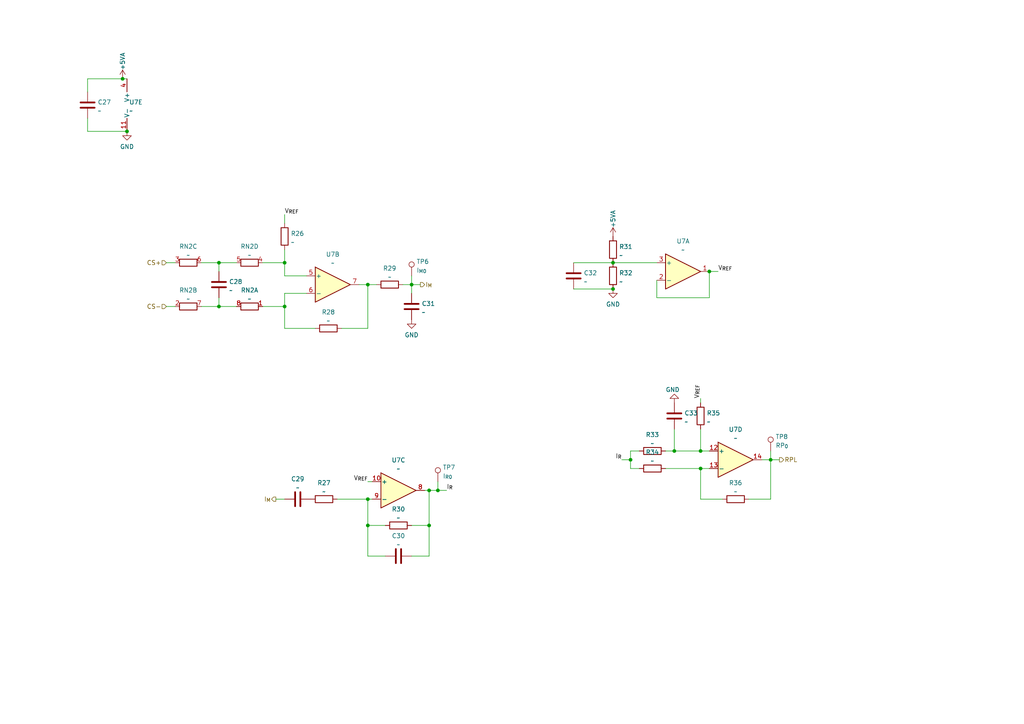
<source format=kicad_sch>
(kicad_sch (version 20230121) (generator eeschema)
  (paper "A4")
  (lib_symbols
    (symbol "Amplifier_Operational:MCP6004" (pin_names (offset 0.127))
      (property "Reference" "U" (at 0 5.08 0))
      (property "Value" "MCP6004" (at 0 -5.08 0))
      (symbol "MCP6004_1_1"
        (polyline (pts (xy -5.08 5.08) (xy 5.08 0) (xy -5.08 -5.08) (xy -5.08 5.08)) (stroke (width 0.254)) (fill (type background)))
        (pin output line (at 7.62 0 180) (length 2.54) (name "~") (number "1"))
        (pin input line (at -7.62 -2.54 0) (length 2.54) (name "-") (number "2"))
        (pin input line (at -7.62 2.54 0) (length 2.54) (name "+") (number "3"))
      )
      (symbol "MCP6004_2_1"
        (polyline (pts (xy -5.08 5.08) (xy 5.08 0) (xy -5.08 -5.08) (xy -5.08 5.08)) (stroke (width 0.254)) (fill (type background)))
        (pin input line (at -7.62 2.54 0) (length 2.54) (name "+") (number "5"))
        (pin input line (at -7.62 -2.54 0) (length 2.54) (name "-") (number "6"))
        (pin output line (at 7.62 0 180) (length 2.54) (name "~") (number "7"))
      )
      (symbol "MCP6004_3_1"
        (polyline (pts (xy -5.08 5.08) (xy 5.08 0) (xy -5.08 -5.08) (xy -5.08 5.08)) (stroke (width 0.254)) (fill (type background)))
        (pin input line (at -7.62 2.54 0) (length 2.54) (name "+") (number "10"))
        (pin output line (at 7.62 0 180) (length 2.54) (name "~") (number "8"))
        (pin input line (at -7.62 -2.54 0) (length 2.54) (name "-") (number "9"))
      )
      (symbol "MCP6004_4_1"
        (polyline (pts (xy -5.08 5.08) (xy 5.08 0) (xy -5.08 -5.08) (xy -5.08 5.08)) (stroke (width 0.254)) (fill (type background)))
        (pin input line (at -7.62 2.54 0) (length 2.54) (name "+") (number "12"))
        (pin input line (at -7.62 -2.54 0) (length 2.54) (name "-") (number "13"))
        (pin output line (at 7.62 0 180) (length 2.54) (name "~") (number "14"))
      )
      (symbol "MCP6004_5_1"
        (pin power_in line (at -2.54 -7.62 90) (length 3.81) (name "V-") (number "11"))
        (pin power_in line (at -2.54 7.62 270) (length 3.81) (name "V+") (number "4"))
      )
    )
    (symbol "Connector:TestPoint" (pin_numbers hide) (pin_names (offset 0.762) hide)
      (property "Reference" "TP" (at 0 6.858 0))
      (property "Value" "TestPoint" (at 0 5.08 0))
      (symbol "TestPoint_0_1"
        (circle (center 0 3.302) (radius 0.762))
      )
      (symbol "TestPoint_1_1"
        (pin passive line (at 0 0 90) (length 2.54) (name "1") (number "1"))
      )
    )
    (symbol "Device:C" (pin_numbers hide) (pin_names (offset 0.254))
      (property "Reference" "C" (at 0.635 2.54 0))
      (property "Value" "C" (at 0.635 -2.54 0))
      (symbol "C_0_1"
        (polyline (pts (xy -2.032 -0.762) (xy 2.032 -0.762)) (stroke (width 0.508)))
        (polyline (pts (xy -2.032 0.762) (xy 2.032 0.762)) (stroke (width 0.508)))
      )
      (symbol "C_1_1"
        (pin passive line (at 0 3.81 270) (length 2.794) (name "~") (number "1"))
        (pin passive line (at 0 -3.81 90) (length 2.794) (name "~") (number "2"))
      )
    )
    (symbol "Device:R" (pin_numbers hide) (pin_names (offset 0))
      (property "Reference" "R" (at 2.032 0 90))
      (property "Value" "R" (at 0 0 90))
      (symbol "R_0_1"
        (rectangle (start -1.016 -2.54) (end 1.016 2.54) (stroke (width 0.254)))
      )
      (symbol "R_1_1"
        (pin passive line (at 0 3.81 270) (length 1.27) (name "~") (number "1"))
        (pin passive line (at 0 -3.81 90) (length 1.27) (name "~") (number "2"))
      )
    )
    (symbol "Device:R_Pack04_Split" (pin_names (offset 0) hide)
      (property "Reference" "RN" (at 2.032 0 90))
      (property "Value" "R_Pack04_Split" (at 0 0 90))
      (symbol "R_Pack04_Split_0_1"
        (rectangle (start 1.016 2.54) (end -1.016 -2.54) (stroke (width 0.254)))
      )
      (symbol "R_Pack04_Split_1_1"
        (pin passive line (at 0 -3.81 90) (length 1.27) (name "R1.1") (number "1"))
        (pin passive line (at 0 3.81 270) (length 1.27) (name "R1.2") (number "8"))
      )
      (symbol "R_Pack04_Split_2_1"
        (pin passive line (at 0 -3.81 90) (length 1.27) (name "R2.1") (number "2"))
        (pin passive line (at 0 3.81 270) (length 1.27) (name "R2.2") (number "7"))
      )
      (symbol "R_Pack04_Split_3_1"
        (pin passive line (at 0 -3.81 90) (length 1.27) (name "R3.1") (number "3"))
        (pin passive line (at 0 3.81 270) (length 1.27) (name "R3.2") (number "6"))
      )
      (symbol "R_Pack04_Split_4_1"
        (pin passive line (at 0 -3.81 90) (length 1.27) (name "R4.1") (number "4"))
        (pin passive line (at 0 3.81 270) (length 1.27) (name "R4.2") (number "5"))
      )
    )
    (symbol "power:+5VA" (power) (pin_names (offset 0))
      (property "Value" "+5VA" (at 0 3.556 0))
      (symbol "+5VA_0_1"
        (polyline (pts (xy -0.762 1.27) (xy 0 2.54)))
        (polyline (pts (xy 0 0) (xy 0 2.54)))
        (polyline (pts (xy 0 2.54) (xy 0.762 1.27)))
      )
      (symbol "+5VA_1_1"
        (pin power_in line (at 0 0 90) (length 0) hide (name "+5VA") (number "1"))
      )
    )
    (symbol "power:GND" (power) (pin_names (offset 0))
      (property "Value" "GND" (at 0 -3.81 0))
      (symbol "GND_0_1"
        (polyline (pts (xy 0 0) (xy 0 -1.27) (xy 1.27 -1.27) (xy 0 -2.54) (xy -1.27 -1.27) (xy 0 -1.27)))
      )
      (symbol "GND_1_1"
        (pin power_in line (at 0 0 270) (length 0) hide (name "GND") (number "1"))
      )
    )
  )
  (junction (at 106.68 152.4))
  (junction (at 36.83 38.1))
  (junction (at 195.58 130.81))
  (junction (at 63.5 76.2))
  (junction (at 223.52 133.35))
  (junction (at 127 142.24))
  (junction (at 124.46 142.24))
  (junction (at 35.56 22.86))
  (junction (at 106.68 144.78))
  (junction (at 82.55 88.9))
  (junction (at 177.8 83.82))
  (junction (at 203.2 130.81))
  (junction (at 203.2 135.89))
  (junction (at 177.8 76.2))
  (junction (at 82.55 76.2))
  (junction (at 124.46 152.4))
  (junction (at 63.5 88.9))
  (junction (at 106.68 82.55))
  (junction (at 205.74 78.74))
  (junction (at 119.38 82.55))
  (junction (at 182.88 133.35))
  (wire (pts (xy 58.42 76.2) (xy 63.5 76.2)))
  (wire (pts (xy 106.68 144.78) (xy 107.95 144.78)))
  (wire (pts (xy 223.52 144.78) (xy 223.52 133.35)))
  (wire (pts (xy 127 139.7) (xy 127 142.24)))
  (wire (pts (xy 119.38 161.29) (xy 124.46 161.29)))
  (wire (pts (xy 182.88 135.89) (xy 182.88 133.35)))
  (wire (pts (xy 124.46 142.24) (xy 127 142.24)))
  (wire (pts (xy 205.74 78.74) (xy 208.28 78.74)))
  (wire (pts (xy 195.58 130.81) (xy 203.2 130.81)))
  (wire (pts (xy 182.88 130.81) (xy 185.42 130.81)))
  (wire (pts (xy 35.56 22.86) (xy 36.83 22.86)))
  (wire (pts (xy 182.88 133.35) (xy 182.88 130.81)))
  (wire (pts (xy 166.37 83.82) (xy 177.8 83.82)))
  (wire (pts (xy 185.42 135.89) (xy 182.88 135.89)))
  (wire (pts (xy 111.76 152.4) (xy 106.68 152.4)))
  (wire (pts (xy 177.8 76.2) (xy 190.5 76.2)))
  (wire (pts (xy 58.42 88.9) (xy 63.5 88.9)))
  (wire (pts (xy 106.68 82.55) (xy 104.14 82.55)))
  (wire (pts (xy 193.04 135.89) (xy 203.2 135.89)))
  (wire (pts (xy 82.55 72.39) (xy 82.55 76.2)))
  (wire (pts (xy 111.76 161.29) (xy 106.68 161.29)))
  (wire (pts (xy 203.2 115.57) (xy 203.2 116.84)))
  (wire (pts (xy 82.55 76.2) (xy 82.55 80.01)))
  (wire (pts (xy 209.55 144.78) (xy 203.2 144.78)))
  (wire (pts (xy 80.01 144.78) (xy 82.55 144.78)))
  (wire (pts (xy 106.68 161.29) (xy 106.68 152.4)))
  (wire (pts (xy 97.79 144.78) (xy 106.68 144.78)))
  (wire (pts (xy 63.5 76.2) (xy 63.5 78.74)))
  (wire (pts (xy 119.38 82.55) (xy 121.92 82.55)))
  (wire (pts (xy 99.06 95.25) (xy 106.68 95.25)))
  (wire (pts (xy 217.17 144.78) (xy 223.52 144.78)))
  (wire (pts (xy 82.55 88.9) (xy 76.2 88.9)))
  (wire (pts (xy 124.46 161.29) (xy 124.46 152.4)))
  (wire (pts (xy 203.2 124.46) (xy 203.2 130.81)))
  (wire (pts (xy 48.26 76.2) (xy 50.8 76.2)))
  (wire (pts (xy 223.52 133.35) (xy 220.98 133.35)))
  (wire (pts (xy 63.5 76.2) (xy 68.58 76.2)))
  (wire (pts (xy 223.52 130.81) (xy 223.52 133.35)))
  (wire (pts (xy 25.4 22.86) (xy 35.56 22.86)))
  (wire (pts (xy 203.2 130.81) (xy 205.74 130.81)))
  (wire (pts (xy 63.5 86.36) (xy 63.5 88.9)))
  (wire (pts (xy 106.68 95.25) (xy 106.68 82.55)))
  (wire (pts (xy 25.4 34.29) (xy 25.4 38.1)))
  (wire (pts (xy 63.5 88.9) (xy 68.58 88.9)))
  (wire (pts (xy 124.46 142.24) (xy 123.19 142.24)))
  (wire (pts (xy 190.5 81.28) (xy 190.5 86.36)))
  (wire (pts (xy 25.4 26.67) (xy 25.4 22.86)))
  (wire (pts (xy 190.5 86.36) (xy 205.74 86.36)))
  (wire (pts (xy 119.38 85.09) (xy 119.38 82.55)))
  (wire (pts (xy 195.58 124.46) (xy 195.58 130.81)))
  (wire (pts (xy 48.26 88.9) (xy 50.8 88.9)))
  (wire (pts (xy 119.38 152.4) (xy 124.46 152.4)))
  (wire (pts (xy 106.68 152.4) (xy 106.68 144.78)))
  (wire (pts (xy 82.55 80.01) (xy 88.9 80.01)))
  (wire (pts (xy 180.34 133.35) (xy 182.88 133.35)))
  (wire (pts (xy 166.37 76.2) (xy 177.8 76.2)))
  (wire (pts (xy 193.04 130.81) (xy 195.58 130.81)))
  (wire (pts (xy 127 142.24) (xy 129.54 142.24)))
  (wire (pts (xy 223.52 133.35) (xy 226.06 133.35)))
  (wire (pts (xy 119.38 82.55) (xy 116.84 82.55)))
  (wire (pts (xy 76.2 76.2) (xy 82.55 76.2)))
  (wire (pts (xy 119.38 80.01) (xy 119.38 82.55)))
  (wire (pts (xy 82.55 85.09) (xy 82.55 88.9)))
  (wire (pts (xy 106.68 139.7) (xy 107.95 139.7)))
  (wire (pts (xy 203.2 144.78) (xy 203.2 135.89)))
  (wire (pts (xy 82.55 88.9) (xy 82.55 95.25)))
  (wire (pts (xy 88.9 85.09) (xy 82.55 85.09)))
  (wire (pts (xy 205.74 86.36) (xy 205.74 78.74)))
  (wire (pts (xy 91.44 95.25) (xy 82.55 95.25)))
  (wire (pts (xy 106.68 82.55) (xy 109.22 82.55)))
  (wire (pts (xy 203.2 135.89) (xy 205.74 135.89)))
  (wire (pts (xy 82.55 62.23) (xy 82.55 64.77)))
  (wire (pts (xy 124.46 152.4) (xy 124.46 142.24)))
  (wire (pts (xy 25.4 38.1) (xy 36.83 38.1)))
  (label "V_{REF}" (at 208.28 78.74 0))
  (label "V_{REF}" (at 82.55 62.23 0))
  (label "I_{R}" (at 180.34 133.35 180))
  (label "I_{R}" (at 129.54 142.24 0))
  (label "V_{REF}" (at 203.2 115.57 90))
  (label "V_{REF}" (at 106.68 139.7 180))
  (hierarchical_label "CS-" (shape input) (at 48.26 88.9 180))
  (hierarchical_label "RPL" (shape output) (at 226.06 133.35 0))
  (hierarchical_label "I_{M}" (shape output) (at 80.01 144.78 180))
  (hierarchical_label "CS+" (shape input) (at 48.26 76.2 180))
  (hierarchical_label "I_{M}" (shape output) (at 121.92 82.55 0))
  (symbol (lib_id "Amplifier_Operational:MCP6004") (at 115.57 142.24 0) (unit 3)
    (property "Reference" "U7" (at 115.57 133.4602 0))
    (property "Value" "~" (at 115.57 135.9971 0))
    (property "Footprint" "Package_SO:TSSOP-14_4.4x5mm_P0.65mm" (effects hide))
    (property "Datasheet" "http://ww1.microchip.com/downloads/en/DeviceDoc/21733j.pdf" (effects hide))
  )
  (symbol (lib_id "Device:C") (at 86.36 144.78 90) (unit 1)
    (property "Reference" "C29" (at 86.36 138.9212 90))
    (property "Value" "~" (at 86.36 141.4581 90))
    (property "Footprint" "Capacitor_SMD:C_0402_1005Metric" (effects hide))
  )
  (symbol (lib_id "Device:R_Pack04_Split") (at 72.39 76.2 90) (unit 4)
    (property "Reference" "RN2" (at 72.39 71.4842 90))
    (property "Value" "~" (at 72.39 74.0211 90))
    (property "Footprint" "Resistor_SMD:R_Array_Convex_4x0402" (effects hide))
  )
  (symbol (lib_id "Device:R_Pack04_Split") (at 54.61 76.2 270) (unit 3)
    (property "Reference" "RN2" (at 54.61 71.4842 90))
    (property "Value" "~" (at 54.61 74.0211 90))
    (property "Footprint" "Resistor_SMD:R_Array_Convex_4x0402" (effects hide))
  )
  (symbol (lib_id "Device:R") (at 95.25 95.25 90) (unit 1)
    (property "Reference" "R28" (at 95.25 90.5342 90))
    (property "Value" "~" (at 95.25 93.0711 90))
    (property "Footprint" "Resistor_SMD:R_0402_1005Metric" (effects hide))
  )
  (symbol (lib_id "Device:R") (at 189.23 130.81 90) (unit 1)
    (property "Reference" "R33" (at 189.23 126.0942 90))
    (property "Value" "~" (at 189.23 128.6311 90))
    (property "Footprint" "Resistor_SMD:R_0402_1005Metric" (effects hide))
  )
  (symbol (lib_id "Device:R") (at 115.57 152.4 90) (unit 1)
    (property "Reference" "R30" (at 115.57 147.6842 90))
    (property "Value" "~" (at 115.57 150.2211 90))
    (property "Footprint" "Resistor_SMD:R_0402_1005Metric" (effects hide))
  )
  (symbol (lib_id "Device:C") (at 195.58 120.65 0) (unit 1)
    (property "Reference" "C33" (at 198.501 119.8153 0) (effects (justify left)))
    (property "Value" "~" (at 198.501 122.3522 0) (effects (justify left)))
    (property "Footprint" "Capacitor_SMD:C_0402_1005Metric" (effects hide))
  )
  (symbol (lib_id "Device:C") (at 166.37 80.01 0) (unit 1)
    (property "Reference" "C32" (at 169.291 79.1753 0) (effects (justify left)))
    (property "Value" "~" (at 169.291 81.7122 0) (effects (justify left)))
    (property "Footprint" "Capacitor_SMD:C_0402_1005Metric" (effects hide))
  )
  (symbol (lib_id "Device:R") (at 177.8 80.01 180) (unit 1)
    (property "Reference" "R32" (at 179.578 79.1753 0) (effects (justify right)))
    (property "Value" "~" (at 179.578 81.7122 0) (effects (justify right)))
    (property "Footprint" "Resistor_SMD:R_0402_1005Metric" (effects hide))
  )
  (symbol (lib_id "Device:R_Pack04_Split") (at 54.61 88.9 270) (unit 2)
    (property "Reference" "RN2" (at 54.61 84.1842 90))
    (property "Value" "~" (at 54.61 86.7211 90))
    (property "Footprint" "Resistor_SMD:R_Array_Convex_4x0402" (effects hide))
  )
  (symbol (lib_id "Device:R_Pack04_Split") (at 72.39 88.9 90) (unit 1)
    (property "Reference" "RN2" (at 72.39 84.1842 90))
    (property "Value" "~" (at 72.39 86.7211 90))
    (property "Footprint" "Resistor_SMD:R_Array_Convex_4x0402" (effects hide))
  )
  (symbol (lib_id "power:+5VA") (at 177.8 68.58 0) (unit 1)
    (property "Reference" "#PWR063" (effects hide))
    (property "Value" "+5VA" (at 177.8 63.5 90))
  )
  (symbol (lib_id "Amplifier_Operational:MCP6004") (at 96.52 82.55 0) (unit 2)
    (property "Reference" "U7" (at 96.52 73.7702 0))
    (property "Value" "~" (at 96.52 76.3071 0))
    (property "Footprint" "Package_SO:TSSOP-14_4.4x5mm_P0.65mm" (effects hide))
    (property "Datasheet" "http://ww1.microchip.com/downloads/en/DeviceDoc/21733j.pdf" (effects hide))
  )
  (symbol (lib_id "Amplifier_Operational:MCP6004") (at 213.36 133.35 0) (unit 4)
    (property "Reference" "U7" (at 213.36 124.5702 0))
    (property "Value" "~" (at 213.36 127.1071 0))
    (property "Footprint" "Package_SO:TSSOP-14_4.4x5mm_P0.65mm" (effects hide))
    (property "Datasheet" "http://ww1.microchip.com/downloads/en/DeviceDoc/21733j.pdf" (effects hide))
  )
  (symbol (lib_id "Device:C") (at 25.4 30.48 0) (unit 1)
    (property "Reference" "C27" (at 28.321 29.6453 0) (effects (justify left)))
    (property "Value" "~" (at 28.321 32.1822 0) (effects (justify left)))
    (property "Footprint" "Capacitor_SMD:C_0402_1005Metric" (effects hide))
  )
  (symbol (lib_id "Device:R") (at 203.2 120.65 180) (unit 1)
    (property "Reference" "R35" (at 204.978 119.8153 0) (effects (justify right)))
    (property "Value" "~" (at 204.978 122.3522 0) (effects (justify right)))
    (property "Footprint" "Resistor_SMD:R_0402_1005Metric" (effects hide))
  )
  (symbol (lib_id "Amplifier_Operational:MCP6004") (at 198.12 78.74 0) (unit 1)
    (property "Reference" "U7" (at 198.12 69.9602 0))
    (property "Value" "~" (at 198.12 72.4971 0))
    (property "Footprint" "Package_SO:TSSOP-14_4.4x5mm_P0.65mm" (effects hide))
    (property "Datasheet" "http://ww1.microchip.com/downloads/en/DeviceDoc/21733j.pdf" (effects hide))
  )
  (symbol (lib_id "power:GND") (at 195.58 116.84 180) (unit 1)
    (property "Reference" "#PWR065" (effects hide))
    (property "Value" "GND" (at 193.04 113.03 0) (effects (justify right)))
  )
  (symbol (lib_id "Device:R") (at 177.8 72.39 180) (unit 1)
    (property "Reference" "R31" (at 179.578 71.5553 0) (effects (justify right)))
    (property "Value" "~" (at 179.578 74.0922 0) (effects (justify right)))
    (property "Footprint" "Resistor_SMD:R_0402_1005Metric" (effects hide))
  )
  (symbol (lib_id "Device:C") (at 119.38 88.9 0) (unit 1)
    (property "Reference" "C31" (at 122.301 88.0653 0) (effects (justify left)))
    (property "Value" "~" (at 122.301 90.6022 0) (effects (justify left)))
    (property "Footprint" "Capacitor_SMD:C_0402_1005Metric" (effects hide))
  )
  (symbol (lib_id "power:GND") (at 119.38 92.71 0) (unit 1)
    (property "Reference" "#PWR062" (effects hide))
    (property "Value" "GND" (at 119.38 97.1534 0))
  )
  (symbol (lib_id "power:+5VA") (at 35.56 22.86 0) (unit 1)
    (property "Reference" "#PWR060" (effects hide))
    (property "Value" "+5VA" (at 35.56 17.78 90))
  )
  (symbol (lib_id "Device:C") (at 115.57 161.29 90) (unit 1)
    (property "Reference" "C30" (at 115.57 155.4312 90))
    (property "Value" "~" (at 115.57 157.9681 90))
    (property "Footprint" "Capacitor_SMD:C_0402_1005Metric" (effects hide))
  )
  (symbol (lib_id "Device:R") (at 213.36 144.78 270) (unit 1)
    (property "Reference" "R36" (at 213.36 140.0642 90))
    (property "Value" "~" (at 213.36 142.6011 90))
    (property "Footprint" "Resistor_SMD:R_0402_1005Metric" (effects hide))
  )
  (symbol (lib_id "Connector:TestPoint") (at 127 139.7 0) (unit 1)
    (property "Reference" "TP7" (at 128.397 135.5633 0) (effects (justify left)))
    (property "Value" "I_{R0}" (at 128.397 138.1002 0) (effects (justify left)))
    (property "Footprint" "prj_lib:TestPoint_THTPad_D1.0mm_Drill0.5mm" (effects hide))
  )
  (symbol (lib_id "Device:R") (at 93.98 144.78 90) (unit 1)
    (property "Reference" "R27" (at 93.98 140.0642 90))
    (property "Value" "~" (at 93.98 142.6011 90))
    (property "Footprint" "Resistor_SMD:R_0402_1005Metric" (effects hide))
  )
  (symbol (lib_id "Connector:TestPoint") (at 223.52 130.81 0) (unit 1)
    (property "Reference" "TP8" (at 224.917 126.6733 0) (effects (justify left)))
    (property "Value" "RP_{0}" (at 224.917 129.2102 0) (effects (justify left)))
    (property "Footprint" "prj_lib:TestPoint_THTPad_D1.0mm_Drill0.5mm" (effects hide))
  )
  (symbol (lib_id "power:GND") (at 36.83 38.1 0) (unit 1)
    (property "Reference" "#PWR061" (effects hide))
    (property "Value" "GND" (at 36.83 42.5434 0))
  )
  (symbol (lib_id "Device:R") (at 113.03 82.55 90) (unit 1)
    (property "Reference" "R29" (at 113.03 77.8342 90))
    (property "Value" "~" (at 113.03 80.3711 90))
    (property "Footprint" "Resistor_SMD:R_0402_1005Metric" (effects hide))
  )
  (symbol (lib_id "Amplifier_Operational:MCP6004") (at 39.37 30.48 0) (unit 5)
    (property "Reference" "U7" (at 37.465 29.6453 0) (effects (justify left)))
    (property "Value" "~" (at 37.465 32.1822 0) (effects (justify left)))
    (property "Footprint" "Package_SO:TSSOP-14_4.4x5mm_P0.65mm" (effects hide))
    (property "Datasheet" "http://ww1.microchip.com/downloads/en/DeviceDoc/21733j.pdf" (effects hide))
  )
  (symbol (lib_id "Device:R") (at 189.23 135.89 90) (unit 1)
    (property "Reference" "R34" (at 189.23 131.1742 90))
    (property "Value" "~" (at 189.23 133.7111 90))
    (property "Footprint" "Resistor_SMD:R_0402_1005Metric" (effects hide))
  )
  (symbol (lib_id "Device:R") (at 82.55 68.58 180) (unit 1)
    (property "Reference" "R26" (at 84.328 67.7453 0) (effects (justify right)))
    (property "Value" "~" (at 84.328 70.2822 0) (effects (justify right)))
    (property "Footprint" "Resistor_SMD:R_0402_1005Metric" (effects hide))
  )
  (symbol (lib_id "power:GND") (at 177.8 83.82 0) (unit 1)
    (property "Reference" "#PWR064" (effects hide))
    (property "Value" "GND" (at 177.8 88.2634 0))
  )
  (symbol (lib_id "Device:C") (at 63.5 82.55 0) (unit 1)
    (property "Reference" "C28" (at 66.421 81.7153 0) (effects (justify left)))
    (property "Value" "~" (at 66.421 84.2522 0) (effects (justify left)))
    (property "Footprint" "Capacitor_SMD:C_0402_1005Metric" (effects hide))
  )
  (symbol (lib_id "Connector:TestPoint") (at 119.38 80.01 0) (unit 1)
    (property "Reference" "TP6" (at 120.777 75.8733 0) (effects (justify left)))
    (property "Value" "I_{M0}" (at 120.777 78.4102 0) (effects (justify left)))
    (property "Footprint" "prj_lib:TestPoint_THTPad_D1.0mm_Drill0.5mm" (effects hide))
  )
)
</source>
